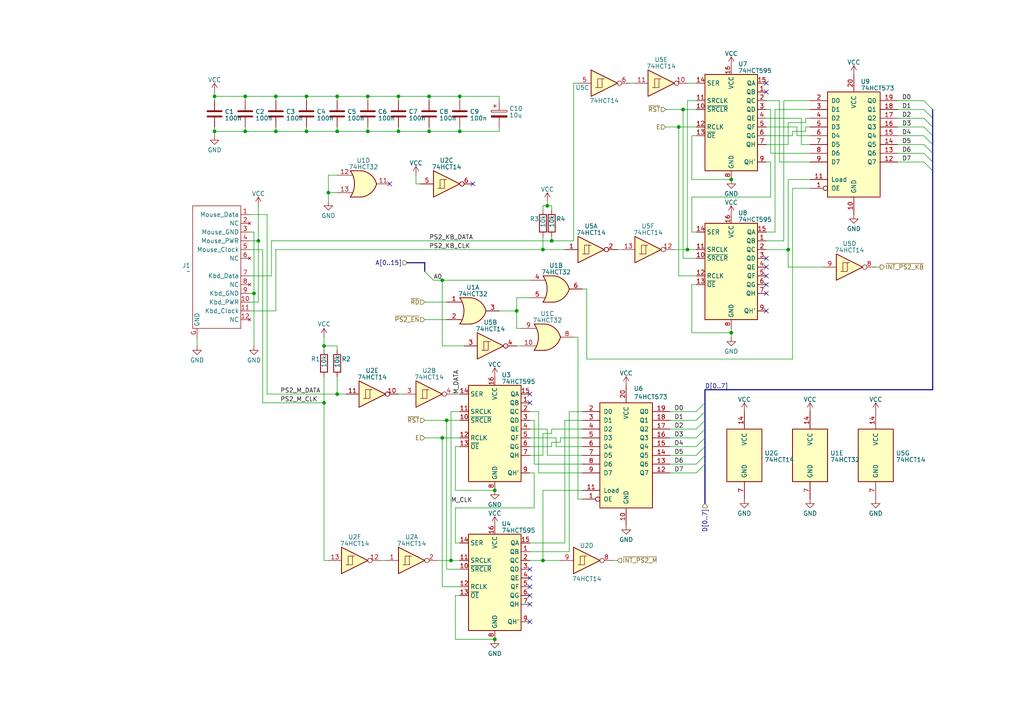
<source format=kicad_sch>
(kicad_sch (version 20231120) (generator "eeschema") (generator_version "8.0")
  (paper "A4")
  (title_block (title "MicroLind - PS2 interface, Mouse & Kbd") (date "2025-03-03") (rev "C0") (company "Eric Lind"))
  (lib_symbols
    (symbol "74xx:74HC14" (pin_names (offset 1.016))
      (property "Reference" "U" (at 0 1.27 0))
      (property "Value" "74HC14" (at 0 -1.27 0))
      (symbol "74HC14_1_0"
        (polyline (pts (xy -3.81 3.81) (xy -3.81 -3.81) (xy 3.81 0) (xy -3.81 3.81)) (stroke (width 0.254)) (fill (type background)))
        (pin input line (at -7.62 0 0) (length 3.81) (name "~") (number "1"))
        (pin output inverted (at 7.62 0 180) (length 3.81) (name "~") (number "2"))
      )
      (symbol "74HC14_1_1"
        (polyline (pts (xy -1.905 -1.27) (xy -1.905 1.27) (xy -0.635 1.27)))
        (polyline (pts (xy -2.54 -1.27) (xy -0.635 -1.27) (xy -0.635 1.27) (xy 0 1.27)))
      )
      (symbol "74HC14_2_0"
        (polyline (pts (xy -3.81 3.81) (xy -3.81 -3.81) (xy 3.81 0) (xy -3.81 3.81)) (stroke (width 0.254)) (fill (type background)))
        (pin input line (at -7.62 0 0) (length 3.81) (name "~") (number "3"))
        (pin output inverted (at 7.62 0 180) (length 3.81) (name "~") (number "4"))
      )
      (symbol "74HC14_2_1"
        (polyline (pts (xy -1.905 -1.27) (xy -1.905 1.27) (xy -0.635 1.27)))
        (polyline (pts (xy -2.54 -1.27) (xy -0.635 -1.27) (xy -0.635 1.27) (xy 0 1.27)))
      )
      (symbol "74HC14_3_0"
        (polyline (pts (xy -3.81 3.81) (xy -3.81 -3.81) (xy 3.81 0) (xy -3.81 3.81)) (stroke (width 0.254)) (fill (type background)))
        (pin input line (at -7.62 0 0) (length 3.81) (name "~") (number "5"))
        (pin output inverted (at 7.62 0 180) (length 3.81) (name "~") (number "6"))
      )
      (symbol "74HC14_3_1"
        (polyline (pts (xy -1.905 -1.27) (xy -1.905 1.27) (xy -0.635 1.27)))
        (polyline (pts (xy -2.54 -1.27) (xy -0.635 -1.27) (xy -0.635 1.27) (xy 0 1.27)))
      )
      (symbol "74HC14_4_0"
        (polyline (pts (xy -3.81 3.81) (xy -3.81 -3.81) (xy 3.81 0) (xy -3.81 3.81)) (stroke (width 0.254)) (fill (type background)))
        (pin output inverted (at 7.62 0 180) (length 3.81) (name "~") (number "8"))
        (pin input line (at -7.62 0 0) (length 3.81) (name "~") (number "9"))
      )
      (symbol "74HC14_4_1"
        (polyline (pts (xy -1.905 -1.27) (xy -1.905 1.27) (xy -0.635 1.27)))
        (polyline (pts (xy -2.54 -1.27) (xy -0.635 -1.27) (xy -0.635 1.27) (xy 0 1.27)))
      )
      (symbol "74HC14_5_0"
        (polyline (pts (xy -3.81 3.81) (xy -3.81 -3.81) (xy 3.81 0) (xy -3.81 3.81)) (stroke (width 0.254)) (fill (type background)))
        (pin output inverted (at 7.62 0 180) (length 3.81) (name "~") (number "10"))
        (pin input line (at -7.62 0 0) (length 3.81) (name "~") (number "11"))
      )
      (symbol "74HC14_5_1"
        (polyline (pts (xy -1.905 -1.27) (xy -1.905 1.27) (xy -0.635 1.27)))
        (polyline (pts (xy -2.54 -1.27) (xy -0.635 -1.27) (xy -0.635 1.27) (xy 0 1.27)))
      )
      (symbol "74HC14_6_0"
        (polyline (pts (xy -3.81 3.81) (xy -3.81 -3.81) (xy 3.81 0) (xy -3.81 3.81)) (stroke (width 0.254)) (fill (type background)))
        (pin output inverted (at 7.62 0 180) (length 3.81) (name "~") (number "12"))
        (pin input line (at -7.62 0 0) (length 3.81) (name "~") (number "13"))
      )
      (symbol "74HC14_6_1"
        (polyline (pts (xy -1.905 -1.27) (xy -1.905 1.27) (xy -0.635 1.27)))
        (polyline (pts (xy -2.54 -1.27) (xy -0.635 -1.27) (xy -0.635 1.27) (xy 0 1.27)))
      )
      (symbol "74HC14_7_0"
        (pin power_in line (at 0 12.7 270) (length 5.08) (name "VCC") (number "14"))
        (pin power_in line (at 0 -12.7 90) (length 5.08) (name "GND") (number "7"))
      )
      (symbol "74HC14_7_1"
        (rectangle (start -5.08 7.62) (end 5.08 -7.62) (stroke (width 0.254)) (fill (type background)))
      )
    )
    (symbol "74xx:74HC595"
      (property "Reference" "U" (at -7.62 13.97 0))
      (property "Value" "74HC595" (at -7.62 -16.51 0))
      (symbol "74HC595_1_0"
        (pin tri_state line (at 10.16 7.62 180) (length 2.54) (name "QB") (number "1"))
        (pin input line (at -10.16 2.54 0) (length 2.54) (name "~{SRCLR}") (number "10"))
        (pin input line (at -10.16 5.08 0) (length 2.54) (name "SRCLK") (number "11"))
        (pin input line (at -10.16 -2.54 0) (length 2.54) (name "RCLK") (number "12"))
        (pin input line (at -10.16 -5.08 0) (length 2.54) (name "~{OE}") (number "13"))
        (pin input line (at -10.16 10.16 0) (length 2.54) (name "SER") (number "14"))
        (pin tri_state line (at 10.16 10.16 180) (length 2.54) (name "QA") (number "15"))
        (pin power_in line (at 0 15.24 270) (length 2.54) (name "VCC") (number "16"))
        (pin tri_state line (at 10.16 5.08 180) (length 2.54) (name "QC") (number "2"))
        (pin tri_state line (at 10.16 2.54 180) (length 2.54) (name "QD") (number "3"))
        (pin tri_state line (at 10.16 0 180) (length 2.54) (name "QE") (number "4"))
        (pin tri_state line (at 10.16 -2.54 180) (length 2.54) (name "QF") (number "5"))
        (pin tri_state line (at 10.16 -5.08 180) (length 2.54) (name "QG") (number "6"))
        (pin tri_state line (at 10.16 -7.62 180) (length 2.54) (name "QH") (number "7"))
        (pin power_in line (at 0 -17.78 90) (length 2.54) (name "GND") (number "8"))
        (pin output line (at 10.16 -12.7 180) (length 2.54) (name "QH'") (number "9"))
      )
      (symbol "74HC595_1_1"
        (rectangle (start -7.62 12.7) (end 7.62 -15.24) (stroke (width 0.254)) (fill (type background)))
      )
    )
    (symbol "74xx:74LS32" (pin_names (offset 1.016))
      (property "Reference" "U" (at 0 1.27 0))
      (property "Value" "74LS32" (at 0 -1.27 0))
      (symbol "74LS32_1_1"
        (arc (start -3.81 -3.81) (mid -2.589 0) (end -3.81 3.81) (stroke (width 0.254)))
        (arc (start -0.6096 -3.81) (mid 2.1842 -2.5851) (end 3.81 0) (stroke (width 0.254)) (fill (type background)))
        (polyline (pts (xy -3.81 -3.81) (xy -0.635 -3.81)) (stroke (width 0.254)) (fill (type background)))
        (polyline (pts (xy -3.81 3.81) (xy -0.635 3.81)) (stroke (width 0.254)) (fill (type background)))
        (polyline (pts (xy -0.635 3.81) (xy -3.81 3.81) (xy -3.81 3.81) (xy -3.556 3.4036) (xy -3.0226 2.2606) (xy -2.6924 1.0414) (xy -2.6162 -0.254) (xy -2.7686 -1.4986) (xy -3.175 -2.7178) (xy -3.81 -3.81) (xy -3.81 -3.81) (xy -0.635 -3.81)) (stroke (width -25.4)) (fill (type background)))
        (arc (start 3.81 0) (mid 2.1915 2.5936) (end -0.6096 3.81) (stroke (width 0.254)) (fill (type background)))
        (pin input line (at -7.62 2.54 0) (length 4.318) (name "~") (number "1"))
        (pin input line (at -7.62 -2.54 0) (length 4.318) (name "~") (number "2"))
        (pin output line (at 7.62 0 180) (length 3.81) (name "~") (number "3"))
      )
      (symbol "74LS32_1_2"
        (arc (start 0 -3.81) (mid 3.7934 0) (end 0 3.81) (stroke (width 0.254)) (fill (type background)))
        (polyline (pts (xy 0 3.81) (xy -3.81 3.81) (xy -3.81 -3.81) (xy 0 -3.81)) (stroke (width 0.254)) (fill (type background)))
        (pin input inverted (at -7.62 2.54 0) (length 3.81) (name "~") (number "1"))
        (pin input inverted (at -7.62 -2.54 0) (length 3.81) (name "~") (number "2"))
        (pin output inverted (at 7.62 0 180) (length 3.81) (name "~") (number "3"))
      )
      (symbol "74LS32_2_1"
        (arc (start -3.81 -3.81) (mid -2.589 0) (end -3.81 3.81) (stroke (width 0.254)))
        (arc (start -0.6096 -3.81) (mid 2.1842 -2.5851) (end 3.81 0) (stroke (width 0.254)) (fill (type background)))
        (polyline (pts (xy -3.81 -3.81) (xy -0.635 -3.81)) (stroke (width 0.254)) (fill (type background)))
        (polyline (pts (xy -3.81 3.81) (xy -0.635 3.81)) (stroke (width 0.254)) (fill (type background)))
        (polyline (pts (xy -0.635 3.81) (xy -3.81 3.81) (xy -3.81 3.81) (xy -3.556 3.4036) (xy -3.0226 2.2606) (xy -2.6924 1.0414) (xy -2.6162 -0.254) (xy -2.7686 -1.4986) (xy -3.175 -2.7178) (xy -3.81 -3.81) (xy -3.81 -3.81) (xy -0.635 -3.81)) (stroke (width -25.4)) (fill (type background)))
        (arc (start 3.81 0) (mid 2.1915 2.5936) (end -0.6096 3.81) (stroke (width 0.254)) (fill (type background)))
        (pin input line (at -7.62 2.54 0) (length 4.318) (name "~") (number "4"))
        (pin input line (at -7.62 -2.54 0) (length 4.318) (name "~") (number "5"))
        (pin output line (at 7.62 0 180) (length 3.81) (name "~") (number "6"))
      )
      (symbol "74LS32_2_2"
        (arc (start 0 -3.81) (mid 3.7934 0) (end 0 3.81) (stroke (width 0.254)) (fill (type background)))
        (polyline (pts (xy 0 3.81) (xy -3.81 3.81) (xy -3.81 -3.81) (xy 0 -3.81)) (stroke (width 0.254)) (fill (type background)))
        (pin input inverted (at -7.62 2.54 0) (length 3.81) (name "~") (number "4"))
        (pin input inverted (at -7.62 -2.54 0) (length 3.81) (name "~") (number "5"))
        (pin output inverted (at 7.62 0 180) (length 3.81) (name "~") (number "6"))
      )
      (symbol "74LS32_3_1"
        (arc (start -3.81 -3.81) (mid -2.589 0) (end -3.81 3.81) (stroke (width 0.254)))
        (arc (start -0.6096 -3.81) (mid 2.1842 -2.5851) (end 3.81 0) (stroke (width 0.254)) (fill (type background)))
        (polyline (pts (xy -3.81 -3.81) (xy -0.635 -3.81)) (stroke (width 0.254)) (fill (type background)))
        (polyline (pts (xy -3.81 3.81) (xy -0.635 3.81)) (stroke (width 0.254)) (fill (type background)))
        (polyline (pts (xy -0.635 3.81) (xy -3.81 3.81) (xy -3.81 3.81) (xy -3.556 3.4036) (xy -3.0226 2.2606) (xy -2.6924 1.0414) (xy -2.6162 -0.254) (xy -2.7686 -1.4986) (xy -3.175 -2.7178) (xy -3.81 -3.81) (xy -3.81 -3.81) (xy -0.635 -3.81)) (stroke (width -25.4)) (fill (type background)))
        (arc (start 3.81 0) (mid 2.1915 2.5936) (end -0.6096 3.81) (stroke (width 0.254)) (fill (type background)))
        (pin input line (at -7.62 -2.54 0) (length 4.318) (name "~") (number "10"))
        (pin output line (at 7.62 0 180) (length 3.81) (name "~") (number "8"))
        (pin input line (at -7.62 2.54 0) (length 4.318) (name "~") (number "9"))
      )
      (symbol "74LS32_3_2"
        (arc (start 0 -3.81) (mid 3.7934 0) (end 0 3.81) (stroke (width 0.254)) (fill (type background)))
        (polyline (pts (xy 0 3.81) (xy -3.81 3.81) (xy -3.81 -3.81) (xy 0 -3.81)) (stroke (width 0.254)) (fill (type background)))
        (pin input inverted (at -7.62 -2.54 0) (length 3.81) (name "~") (number "10"))
        (pin output inverted (at 7.62 0 180) (length 3.81) (name "~") (number "8"))
        (pin input inverted (at -7.62 2.54 0) (length 3.81) (name "~") (number "9"))
      )
      (symbol "74LS32_4_1"
        (arc (start -3.81 -3.81) (mid -2.589 0) (end -3.81 3.81) (stroke (width 0.254)))
        (arc (start -0.6096 -3.81) (mid 2.1842 -2.5851) (end 3.81 0) (stroke (width 0.254)) (fill (type background)))
        (polyline (pts (xy -3.81 -3.81) (xy -0.635 -3.81)) (stroke (width 0.254)) (fill (type background)))
        (polyline (pts (xy -3.81 3.81) (xy -0.635 3.81)) (stroke (width 0.254)) (fill (type background)))
        (polyline (pts (xy -0.635 3.81) (xy -3.81 3.81) (xy -3.81 3.81) (xy -3.556 3.4036) (xy -3.0226 2.2606) (xy -2.6924 1.0414) (xy -2.6162 -0.254) (xy -2.7686 -1.4986) (xy -3.175 -2.7178) (xy -3.81 -3.81) (xy -3.81 -3.81) (xy -0.635 -3.81)) (stroke (width -25.4)) (fill (type background)))
        (arc (start 3.81 0) (mid 2.1915 2.5936) (end -0.6096 3.81) (stroke (width 0.254)) (fill (type background)))
        (pin output line (at 7.62 0 180) (length 3.81) (name "~") (number "11"))
        (pin input line (at -7.62 2.54 0) (length 4.318) (name "~") (number "12"))
        (pin input line (at -7.62 -2.54 0) (length 4.318) (name "~") (number "13"))
      )
      (symbol "74LS32_4_2"
        (arc (start 0 -3.81) (mid 3.7934 0) (end 0 3.81) (stroke (width 0.254)) (fill (type background)))
        (polyline (pts (xy 0 3.81) (xy -3.81 3.81) (xy -3.81 -3.81) (xy 0 -3.81)) (stroke (width 0.254)) (fill (type background)))
        (pin output inverted (at 7.62 0 180) (length 3.81) (name "~") (number "11"))
        (pin input inverted (at -7.62 2.54 0) (length 3.81) (name "~") (number "12"))
        (pin input inverted (at -7.62 -2.54 0) (length 3.81) (name "~") (number "13"))
      )
      (symbol "74LS32_5_0"
        (pin power_in line (at 0 12.7 270) (length 5.08) (name "VCC") (number "14"))
        (pin power_in line (at 0 -12.7 90) (length 5.08) (name "GND") (number "7"))
      )
      (symbol "74LS32_5_1"
        (rectangle (start -5.08 7.62) (end 5.08 -7.62) (stroke (width 0.254)) (fill (type background)))
      )
    )
    (symbol "74xx:74LS573" (pin_names (offset 1.016))
      (property "Reference" "U" (at -7.62 16.51 0))
      (property "Value" "74LS573" (at -7.62 -16.51 0))
      (symbol "74LS573_1_0"
        (pin input inverted (at -12.7 -12.7 0) (length 5.08) (name "OE") (number "1"))
        (pin power_in line (at 0 -20.32 90) (length 5.08) (name "GND") (number "10"))
        (pin input line (at -12.7 -10.16 0) (length 5.08) (name "Load") (number "11"))
        (pin tri_state line (at 12.7 -5.08 180) (length 5.08) (name "Q7") (number "12"))
        (pin tri_state line (at 12.7 -2.54 180) (length 5.08) (name "Q6") (number "13"))
        (pin tri_state line (at 12.7 0 180) (length 5.08) (name "Q5") (number "14"))
        (pin tri_state line (at 12.7 2.54 180) (length 5.08) (name "Q4") (number "15"))
        (pin tri_state line (at 12.7 5.08 180) (length 5.08) (name "Q3") (number "16"))
        (pin tri_state line (at 12.7 7.62 180) (length 5.08) (name "Q2") (number "17"))
        (pin tri_state line (at 12.7 10.16 180) (length 5.08) (name "Q1") (number "18"))
        (pin tri_state line (at 12.7 12.7 180) (length 5.08) (name "Q0") (number "19"))
        (pin input line (at -12.7 12.7 0) (length 5.08) (name "D0") (number "2"))
        (pin power_in line (at 0 20.32 270) (length 5.08) (name "VCC") (number "20"))
        (pin input line (at -12.7 10.16 0) (length 5.08) (name "D1") (number "3"))
        (pin input line (at -12.7 7.62 0) (length 5.08) (name "D2") (number "4"))
        (pin input line (at -12.7 5.08 0) (length 5.08) (name "D3") (number "5"))
        (pin input line (at -12.7 2.54 0) (length 5.08) (name "D4") (number "6"))
        (pin input line (at -12.7 0 0) (length 5.08) (name "D5") (number "7"))
        (pin input line (at -12.7 -2.54 0) (length 5.08) (name "D6") (number "8"))
        (pin input line (at -12.7 -5.08 0) (length 5.08) (name "D7") (number "9"))
      )
      (symbol "74LS573_1_1"
        (rectangle (start -7.62 15.24) (end 7.62 -15.24) (stroke (width 0.254)) (fill (type background)))
      )
    )
    (symbol "Device:C" (pin_numbers hide) (pin_names (offset 0.254))
      (property "Reference" "C" (at 0.635 2.54 0))
      (property "Value" "C" (at 0.635 -2.54 0))
      (symbol "C_0_1"
        (polyline (pts (xy -2.032 -0.762) (xy 2.032 -0.762)) (stroke (width 0.508)))
        (polyline (pts (xy -2.032 0.762) (xy 2.032 0.762)) (stroke (width 0.508)))
      )
      (symbol "C_1_1"
        (pin passive line (at 0 3.81 270) (length 2.794) (name "~") (number "1"))
        (pin passive line (at 0 -3.81 90) (length 2.794) (name "~") (number "2"))
      )
    )
    (symbol "Device:C_Polarized" (pin_numbers hide) (pin_names (offset 0.254))
      (property "Reference" "C" (at 0.635 2.54 0))
      (property "Value" "C_Polarized" (at 0.635 -2.54 0))
      (symbol "C_Polarized_0_1"
        (rectangle (start -2.286 0.508) (end 2.286 1.016))
        (polyline (pts (xy -1.778 2.286) (xy -0.762 2.286)))
        (polyline (pts (xy -1.27 2.794) (xy -1.27 1.778)))
        (rectangle (start 2.286 -0.508) (end -2.286 -1.016) (fill (type outline)))
      )
      (symbol "C_Polarized_1_1"
        (pin passive line (at 0 3.81 270) (length 2.794) (name "~") (number "1"))
        (pin passive line (at 0 -3.81 90) (length 2.794) (name "~") (number "2"))
      )
    )
    (symbol "Device:R" (pin_numbers hide) (pin_names (offset 0))
      (property "Reference" "R" (at 2.032 0 90))
      (property "Value" "R" (at 0 0 90))
      (symbol "R_0_1"
        (rectangle (start -1.016 -2.54) (end 1.016 2.54) (stroke (width 0.254)))
      )
      (symbol "R_1_1"
        (pin passive line (at 0 3.81 270) (length 1.27) (name "~") (number "1"))
        (pin passive line (at 0 -3.81 90) (length 1.27) (name "~") (number "2"))
      )
    )
    (symbol "motherboard:2xPS2"
      (property "Reference" "J" (at 0 0 0))
      (symbol "2xPS2_0_1"
        (rectangle (start -7.62 38.1) (end 6.35 2.54))
      )
      (symbol "2xPS2_1_1"
        (pin input line (at -10.16 35.56 0) (length 2.54) (name "Mouse_Data") (number "1"))
        (pin power_in line (at -10.16 10.16 0) (length 2.54) (name "Kbd_PWR") (number "10"))
        (pin power_in line (at -10.16 7.62 0) (length 2.54) (name "Kbd_Clock") (number "11"))
        (pin no_connect line (at -10.16 5.08 0) (length 2.54) (name "NC") (number "12"))
        (pin no_connect line (at -10.16 33.02 0) (length 2.54) (name "NC") (number "2"))
        (pin power_in line (at -10.16 30.48 0) (length 2.54) (name "Mouse_GND") (number "3"))
        (pin power_in line (at -10.16 27.94 0) (length 2.54) (name "Mouse_PWR") (number "4"))
        (pin power_in line (at -10.16 25.4 0) (length 2.54) (name "Mouse_Clock") (number "5"))
        (pin no_connect line (at -10.16 22.86 0) (length 2.54) (name "NC") (number "6"))
        (pin input line (at -10.16 17.78 0) (length 2.54) (name "Kbd_Data") (number "7"))
        (pin no_connect line (at -10.16 15.24 0) (length 2.54) (name "NC") (number "8"))
        (pin power_in line (at -10.16 12.7 0) (length 2.54) (name "Kbd_GND") (number "9"))
        (pin power_in line (at 5.08 0 90) (length 2.54) (name "GND") (number "G"))
      )
    )
    (symbol "power:GND" (power) (pin_names (offset 0))
      (property "Value" "GND" (at 0 -3.81 0))
      (symbol "GND_0_1"
        (polyline (pts (xy 0 0) (xy 0 -1.27) (xy 1.27 -1.27) (xy 0 -2.54) (xy -1.27 -1.27) (xy 0 -1.27)))
      )
      (symbol "GND_1_1"
        (pin power_in line (at 0 0 270) (length 0) hide (name "GND") (number "1"))
      )
    )
    (symbol "power:VCC" (power) (pin_names (offset 0))
      (property "Value" "VCC" (at 0 3.81 0))
      (symbol "VCC_0_1"
        (polyline (pts (xy -0.762 1.27) (xy 0 2.54)))
        (polyline (pts (xy 0 0) (xy 0 2.54)))
        (polyline (pts (xy 0 2.54) (xy 0.762 1.27)))
      )
      (symbol "VCC_1_1"
        (pin power_in line (at 0 0 90) (length 0) hide (name "VCC") (number "1"))
      )
    )
  )
  (junction (at 80.01 27.94))
  (junction (at 133.35 38.1))
  (junction (at 196.85 36.83))
  (junction (at 124.46 38.1))
  (junction (at 212.09 52.07))
  (junction (at 93.98 116.84))
  (junction (at 62.23 38.1))
  (junction (at 93.98 100.33))
  (junction (at 88.9 38.1))
  (junction (at 198.12 31.75))
  (junction (at 97.79 27.94))
  (junction (at 130.81 162.56))
  (junction (at 97.79 38.1))
  (junction (at 129.54 121.92))
  (junction (at 62.23 27.94))
  (junction (at 71.12 38.1))
  (junction (at 199.39 72.39))
  (junction (at 74.93 69.85))
  (junction (at 80.01 38.1))
  (junction (at 212.09 96.52))
  (junction (at 95.25 55.88))
  (junction (at 157.48 72.39))
  (junction (at 158.75 59.69))
  (junction (at 128.27 127))
  (junction (at 143.51 185.42))
  (junction (at 228.6 72.39))
  (junction (at 106.68 38.1))
  (junction (at 106.68 27.94))
  (junction (at 115.57 38.1))
  (junction (at 71.12 27.94))
  (junction (at 149.86 90.17))
  (junction (at 73.66 85.09))
  (junction (at 124.46 27.94))
  (junction (at 88.9 27.94))
  (junction (at 128.27 81.28))
  (junction (at 115.57 27.94))
  (junction (at 133.35 27.94))
  (junction (at 143.51 142.24))
  (junction (at 160.02 69.85))
  (junction (at 157.48 162.56))
  (junction (at 97.79 114.3))
  (no_connect (at 153.67 180.34))
  (no_connect (at 153.67 114.3))
  (no_connect (at 222.25 82.55))
  (no_connect (at 153.67 170.18))
  (no_connect (at 153.67 175.26))
  (no_connect (at 137.16 53.34))
  (no_connect (at 153.67 165.1))
  (no_connect (at 113.03 53.34))
  (no_connect (at 153.67 167.64))
  (no_connect (at 222.25 26.67))
  (no_connect (at 153.67 116.84))
  (no_connect (at 222.25 85.09))
  (no_connect (at 222.25 24.13))
  (no_connect (at 222.25 90.17))
  (no_connect (at 222.25 74.93))
  (no_connect (at 222.25 77.47))
  (no_connect (at 222.25 80.01))
  (no_connect (at 153.67 172.72))
  (bus_entry (at 204.47 121.92) (size -2.54 2.54))
  (bus_entry (at 270.51 31.75) (size -2.54 -2.54))
  (bus_entry (at 123.19 78.74) (size 2.54 2.54))
  (bus_entry (at 204.47 127) (size -2.54 2.54))
  (bus_entry (at 204.47 132.08) (size -2.54 2.54))
  (bus_entry (at 270.51 34.29) (size -2.54 -2.54))
  (bus_entry (at 270.51 41.91) (size -2.54 -2.54))
  (bus_entry (at 204.47 129.54) (size -2.54 2.54))
  (bus_entry (at 270.51 36.83) (size -2.54 -2.54))
  (bus_entry (at 204.47 124.46) (size -2.54 2.54))
  (bus_entry (at 204.47 116.84) (size -2.54 2.54))
  (bus_entry (at 204.47 119.38) (size -2.54 2.54))
  (bus_entry (at 204.47 134.62) (size -2.54 2.54))
  (bus_entry (at 270.51 49.53) (size -2.54 -2.54))
  (bus_entry (at 270.51 39.37) (size -2.54 -2.54))
  (bus_entry (at 270.51 46.99) (size -2.54 -2.54))
  (bus_entry (at 270.51 44.45) (size -2.54 -2.54))
  (wire (pts (xy 158.75 124.46) (xy 158.75 132.08)))
  (wire (pts (xy 133.35 129.54) (xy 132.08 129.54)))
  (wire (pts (xy 115.57 29.21) (xy 115.57 27.94)))
  (wire (pts (xy 194.31 137.16) (xy 201.93 137.16)))
  (wire (pts (xy 123.19 127) (xy 128.27 127)))
  (wire (pts (xy 77.47 62.23) (xy 77.47 114.3)))
  (wire (pts (xy 97.79 36.83) (xy 97.79 38.1)))
  (wire (pts (xy 115.57 27.94) (xy 124.46 27.94)))
  (wire (pts (xy 72.39 80.01) (xy 78.74 80.01)))
  (wire (pts (xy 154.94 147.32) (xy 132.08 147.32)))
  (wire (pts (xy 110.49 162.56) (xy 111.76 162.56)))
  (wire (pts (xy 153.67 157.48) (xy 163.83 157.48)))
  (wire (pts (xy 196.85 36.83) (xy 196.85 80.01)))
  (wire (pts (xy 127 162.56) (xy 130.81 162.56)))
  (wire (pts (xy 154.94 134.62) (xy 168.91 134.62)))
  (wire (pts (xy 62.23 27.94) (xy 71.12 27.94)))
  (wire (pts (xy 157.48 72.39) (xy 163.83 72.39)))
  (wire (pts (xy 128.27 127) (xy 128.27 170.18)))
  (wire (pts (xy 167.64 144.78) (xy 168.91 144.78)))
  (wire (pts (xy 124.46 36.83) (xy 124.46 38.1)))
  (wire (pts (xy 229.87 54.61) (xy 234.95 54.61)))
  (wire (pts (xy 120.65 53.34) (xy 121.92 53.34)))
  (wire (pts (xy 80.01 38.1) (xy 88.9 38.1)))
  (wire (pts (xy 160.02 59.69) (xy 160.02 60.96)))
  (wire (pts (xy 153.67 121.92) (xy 154.94 121.92)))
  (wire (pts (xy 156.21 119.38) (xy 153.67 119.38)))
  (bus (pts (xy 123.19 76.2) (xy 123.19 78.74)))
  (wire (pts (xy 177.8 162.56) (xy 179.07 162.56)))
  (wire (pts (xy 129.54 121.92) (xy 129.54 165.1)))
  (wire (pts (xy 80.01 27.94) (xy 80.01 29.21)))
  (wire (pts (xy 157.48 132.08) (xy 153.67 132.08)))
  (wire (pts (xy 115.57 38.1) (xy 124.46 38.1)))
  (wire (pts (xy 163.83 121.92) (xy 168.91 121.92)))
  (wire (pts (xy 106.68 38.1) (xy 115.57 38.1)))
  (wire (pts (xy 224.79 67.31) (xy 224.79 31.75)))
  (wire (pts (xy 134.62 100.33) (xy 128.27 100.33)))
  (wire (pts (xy 179.07 72.39) (xy 180.34 72.39)))
  (wire (pts (xy 97.79 114.3) (xy 100.33 114.3)))
  (wire (pts (xy 78.74 69.85) (xy 160.02 69.85)))
  (wire (pts (xy 123.19 87.63) (xy 129.54 87.63)))
  (wire (pts (xy 222.25 41.91) (xy 228.6 41.91)))
  (wire (pts (xy 62.23 26.67) (xy 62.23 27.94)))
  (wire (pts (xy 194.31 129.54) (xy 201.93 129.54)))
  (wire (pts (xy 194.31 134.62) (xy 201.93 134.62)))
  (bus (pts (xy 270.51 46.99) (xy 270.51 49.53)))
  (wire (pts (xy 97.79 29.21) (xy 97.79 27.94)))
  (wire (pts (xy 199.39 29.21) (xy 201.93 29.21)))
  (wire (pts (xy 115.57 114.3) (xy 116.84 114.3)))
  (wire (pts (xy 129.54 165.1) (xy 133.35 165.1)))
  (wire (pts (xy 76.2 116.84) (xy 93.98 116.84)))
  (wire (pts (xy 124.46 38.1) (xy 133.35 38.1)))
  (wire (pts (xy 231.14 39.37) (xy 234.95 39.37)))
  (wire (pts (xy 120.65 50.8) (xy 120.65 53.34)))
  (bus (pts (xy 204.47 124.46) (xy 204.47 127)))
  (wire (pts (xy 157.48 125.73) (xy 160.02 125.73)))
  (wire (pts (xy 72.39 87.63) (xy 74.93 87.63)))
  (wire (pts (xy 62.23 38.1) (xy 71.12 38.1)))
  (wire (pts (xy 93.98 97.79) (xy 93.98 100.33)))
  (wire (pts (xy 154.94 137.16) (xy 154.94 147.32)))
  (wire (pts (xy 153.67 127) (xy 161.29 127)))
  (bus (pts (xy 204.47 116.84) (xy 204.47 119.38)))
  (wire (pts (xy 124.46 27.94) (xy 133.35 27.94)))
  (wire (pts (xy 233.68 34.29) (xy 234.95 34.29)))
  (wire (pts (xy 260.35 46.99) (xy 267.97 46.99)))
  (wire (pts (xy 97.79 27.94) (xy 106.68 27.94)))
  (wire (pts (xy 228.6 41.91) (xy 228.6 35.56)))
  (wire (pts (xy 71.12 29.21) (xy 71.12 27.94)))
  (wire (pts (xy 168.91 83.82) (xy 170.18 83.82)))
  (wire (pts (xy 88.9 27.94) (xy 88.9 29.21)))
  (wire (pts (xy 153.67 162.56) (xy 157.48 162.56)))
  (wire (pts (xy 144.78 90.17) (xy 149.86 90.17)))
  (wire (pts (xy 194.31 121.92) (xy 201.93 121.92)))
  (wire (pts (xy 160.02 129.54) (xy 160.02 128.27)))
  (wire (pts (xy 130.81 162.56) (xy 133.35 162.56)))
  (wire (pts (xy 165.1 119.38) (xy 168.91 119.38)))
  (wire (pts (xy 199.39 72.39) (xy 199.39 29.21)))
  (bus (pts (xy 270.51 113.03) (xy 204.47 113.03)))
  (wire (pts (xy 149.86 95.25) (xy 151.13 95.25)))
  (bus (pts (xy 118.11 76.2) (xy 123.19 76.2)))
  (wire (pts (xy 123.19 121.92) (xy 129.54 121.92)))
  (wire (pts (xy 160.02 125.73) (xy 160.02 124.46)))
  (wire (pts (xy 223.52 57.15) (xy 200.66 57.15)))
  (wire (pts (xy 76.2 72.39) (xy 76.2 116.84)))
  (wire (pts (xy 144.78 36.83) (xy 144.78 38.1)))
  (wire (pts (xy 165.1 160.02) (xy 165.1 119.38)))
  (wire (pts (xy 229.87 38.1) (xy 229.87 39.37)))
  (wire (pts (xy 74.93 69.85) (xy 74.93 87.63)))
  (wire (pts (xy 196.85 36.83) (xy 201.93 36.83)))
  (wire (pts (xy 226.06 29.21) (xy 222.25 29.21)))
  (bus (pts (xy 204.47 127) (xy 204.47 129.54)))
  (wire (pts (xy 195.58 72.39) (xy 199.39 72.39)))
  (wire (pts (xy 232.41 41.91) (xy 234.95 41.91)))
  (wire (pts (xy 228.6 77.47) (xy 238.76 77.47)))
  (wire (pts (xy 106.68 27.94) (xy 106.68 29.21)))
  (wire (pts (xy 157.48 59.69) (xy 158.75 59.69)))
  (bus (pts (xy 204.47 132.08) (xy 204.47 134.62)))
  (wire (pts (xy 260.35 29.21) (xy 267.97 29.21)))
  (wire (pts (xy 72.39 67.31) (xy 73.66 67.31)))
  (wire (pts (xy 128.27 127) (xy 133.35 127)))
  (wire (pts (xy 198.12 74.93) (xy 201.93 74.93)))
  (wire (pts (xy 95.25 50.8) (xy 95.25 55.88)))
  (wire (pts (xy 212.09 96.52) (xy 212.09 95.25)))
  (wire (pts (xy 158.75 132.08) (xy 168.91 132.08)))
  (wire (pts (xy 160.02 68.58) (xy 160.02 69.85)))
  (wire (pts (xy 224.79 31.75) (xy 234.95 31.75)))
  (bus (pts (xy 204.47 134.62) (xy 204.47 146.05)))
  (wire (pts (xy 88.9 27.94) (xy 97.79 27.94)))
  (wire (pts (xy 201.93 31.75) (xy 198.12 31.75)))
  (wire (pts (xy 80.01 72.39) (xy 157.48 72.39)))
  (wire (pts (xy 222.25 36.83) (xy 231.14 36.83)))
  (wire (pts (xy 132.08 114.3) (xy 133.35 114.3)))
  (wire (pts (xy 115.57 36.83) (xy 115.57 38.1)))
  (wire (pts (xy 163.83 157.48) (xy 163.83 121.92)))
  (wire (pts (xy 97.79 38.1) (xy 106.68 38.1)))
  (wire (pts (xy 78.74 80.01) (xy 78.74 69.85)))
  (wire (pts (xy 153.67 124.46) (xy 158.75 124.46)))
  (wire (pts (xy 97.79 101.6) (xy 97.79 100.33)))
  (wire (pts (xy 71.12 38.1) (xy 80.01 38.1)))
  (wire (pts (xy 222.25 67.31) (xy 224.79 67.31)))
  (wire (pts (xy 157.48 60.96) (xy 157.48 59.69)))
  (wire (pts (xy 222.25 39.37) (xy 229.87 39.37)))
  (wire (pts (xy 153.67 137.16) (xy 154.94 137.16)))
  (bus (pts (xy 270.51 34.29) (xy 270.51 36.83)))
  (wire (pts (xy 88.9 38.1) (xy 97.79 38.1)))
  (wire (pts (xy 260.35 34.29) (xy 267.97 34.29)))
  (wire (pts (xy 234.95 46.99) (xy 226.06 46.99)))
  (wire (pts (xy 93.98 100.33) (xy 93.98 101.6)))
  (wire (pts (xy 133.35 38.1) (xy 144.78 38.1)))
  (wire (pts (xy 158.75 59.69) (xy 160.02 59.69)))
  (wire (pts (xy 80.01 72.39) (xy 80.01 90.17)))
  (wire (pts (xy 200.66 96.52) (xy 212.09 96.52)))
  (wire (pts (xy 133.35 172.72) (xy 132.08 172.72)))
  (wire (pts (xy 153.67 129.54) (xy 160.02 129.54)))
  (wire (pts (xy 157.48 142.24) (xy 157.48 162.56)))
  (wire (pts (xy 229.87 104.14) (xy 229.87 54.61)))
  (wire (pts (xy 161.29 127) (xy 161.29 129.54)))
  (wire (pts (xy 170.18 104.14) (xy 170.18 83.82)))
  (bus (pts (xy 204.47 113.03) (xy 204.47 116.84)))
  (wire (pts (xy 132.08 142.24) (xy 143.51 142.24)))
  (wire (pts (xy 157.48 162.56) (xy 162.56 162.56)))
  (wire (pts (xy 194.31 119.38) (xy 201.93 119.38)))
  (wire (pts (xy 144.78 27.94) (xy 144.78 29.21)))
  (wire (pts (xy 170.18 104.14) (xy 229.87 104.14)))
  (wire (pts (xy 193.04 31.75) (xy 198.12 31.75)))
  (wire (pts (xy 168.91 137.16) (xy 156.21 137.16)))
  (wire (pts (xy 97.79 55.88) (xy 95.25 55.88)))
  (wire (pts (xy 132.08 185.42) (xy 143.51 185.42)))
  (wire (pts (xy 80.01 27.94) (xy 88.9 27.94)))
  (wire (pts (xy 157.48 68.58) (xy 157.48 72.39)))
  (wire (pts (xy 200.66 52.07) (xy 212.09 52.07)))
  (wire (pts (xy 77.47 114.3) (xy 97.79 114.3)))
  (wire (pts (xy 130.81 162.56) (xy 130.81 119.38)))
  (wire (pts (xy 166.37 24.13) (xy 167.64 24.13)))
  (wire (pts (xy 72.39 62.23) (xy 77.47 62.23)))
  (wire (pts (xy 260.35 36.83) (xy 267.97 36.83)))
  (wire (pts (xy 62.23 38.1) (xy 62.23 39.37)))
  (wire (pts (xy 72.39 85.09) (xy 73.66 85.09)))
  (wire (pts (xy 198.12 31.75) (xy 198.12 74.93)))
  (wire (pts (xy 133.35 36.83) (xy 133.35 38.1)))
  (bus (pts (xy 270.51 31.75) (xy 270.51 34.29)))
  (wire (pts (xy 227.33 69.85) (xy 227.33 29.21)))
  (wire (pts (xy 201.93 39.37) (xy 200.66 39.37)))
  (wire (pts (xy 62.23 36.83) (xy 62.23 38.1)))
  (wire (pts (xy 200.66 39.37) (xy 200.66 52.07)))
  (wire (pts (xy 232.41 34.29) (xy 232.41 41.91)))
  (wire (pts (xy 133.35 27.94) (xy 144.78 27.94)))
  (wire (pts (xy 160.02 124.46) (xy 168.91 124.46)))
  (wire (pts (xy 128.27 81.28) (xy 153.67 81.28)))
  (wire (pts (xy 157.48 132.08) (xy 157.48 125.73)))
  (wire (pts (xy 149.86 100.33) (xy 151.13 100.33)))
  (wire (pts (xy 73.66 67.31) (xy 73.66 85.09)))
  (wire (pts (xy 74.93 59.69) (xy 74.93 69.85)))
  (wire (pts (xy 200.66 67.31) (xy 201.93 67.31)))
  (bus (pts (xy 270.51 36.83) (xy 270.51 39.37)))
  (wire (pts (xy 72.39 69.85) (xy 74.93 69.85)))
  (wire (pts (xy 168.91 142.24) (xy 157.48 142.24)))
  (wire (pts (xy 199.39 24.13) (xy 201.93 24.13)))
  (wire (pts (xy 222.25 72.39) (xy 228.6 72.39)))
  (wire (pts (xy 193.04 36.83) (xy 196.85 36.83)))
  (wire (pts (xy 133.35 29.21) (xy 133.35 27.94)))
  (wire (pts (xy 132.08 157.48) (xy 133.35 157.48)))
  (wire (pts (xy 222.25 34.29) (xy 232.41 34.29)))
  (bus (pts (xy 270.51 49.53) (xy 270.51 113.03)))
  (wire (pts (xy 196.85 80.01) (xy 201.93 80.01)))
  (wire (pts (xy 260.35 44.45) (xy 267.97 44.45)))
  (wire (pts (xy 223.52 46.99) (xy 223.52 57.15)))
  (wire (pts (xy 132.08 147.32) (xy 132.08 157.48)))
  (wire (pts (xy 123.19 92.71) (xy 129.54 92.71)))
  (wire (pts (xy 200.66 57.15) (xy 200.66 67.31)))
  (wire (pts (xy 194.31 127) (xy 201.93 127)))
  (wire (pts (xy 160.02 69.85) (xy 166.37 69.85)))
  (wire (pts (xy 182.88 24.13) (xy 184.15 24.13)))
  (wire (pts (xy 260.35 31.75) (xy 267.97 31.75)))
  (wire (pts (xy 194.31 124.46) (xy 201.93 124.46)))
  (wire (pts (xy 223.52 44.45) (xy 234.95 44.45)))
  (wire (pts (xy 93.98 109.22) (xy 93.98 116.84)))
  (wire (pts (xy 71.12 27.94) (xy 80.01 27.94)))
  (wire (pts (xy 161.29 129.54) (xy 168.91 129.54)))
  (wire (pts (xy 260.35 39.37) (xy 267.97 39.37)))
  (wire (pts (xy 228.6 52.07) (xy 228.6 72.39)))
  (wire (pts (xy 233.68 35.56) (xy 233.68 34.29)))
  (wire (pts (xy 62.23 27.94) (xy 62.23 29.21)))
  (wire (pts (xy 125.73 81.28) (xy 128.27 81.28)))
  (wire (pts (xy 124.46 29.21) (xy 124.46 27.94)))
  (wire (pts (xy 71.12 36.83) (xy 71.12 38.1)))
  (wire (pts (xy 201.93 82.55) (xy 200.66 82.55)))
  (wire (pts (xy 128.27 100.33) (xy 128.27 81.28)))
  (wire (pts (xy 158.75 58.42) (xy 158.75 59.69)))
  (wire (pts (xy 222.25 69.85) (xy 227.33 69.85)))
  (wire (pts (xy 194.31 132.08) (xy 201.93 132.08)))
  (wire (pts (xy 80.01 36.83) (xy 80.01 38.1)))
  (wire (pts (xy 130.81 119.38) (xy 133.35 119.38)))
  (wire (pts (xy 162.56 128.27) (xy 162.56 127)))
  (wire (pts (xy 97.79 100.33) (xy 93.98 100.33)))
  (wire (pts (xy 199.39 72.39) (xy 201.93 72.39)))
  (wire (pts (xy 260.35 41.91) (xy 267.97 41.91)))
  (wire (pts (xy 156.21 137.16) (xy 156.21 119.38)))
  (wire (pts (xy 149.86 86.36) (xy 153.67 86.36)))
  (wire (pts (xy 80.01 90.17) (xy 72.39 90.17)))
  (wire (pts (xy 132.08 129.54) (xy 132.08 142.24)))
  (wire (pts (xy 231.14 36.83) (xy 231.14 39.37)))
  (wire (pts (xy 106.68 27.94) (xy 115.57 27.94)))
  (wire (pts (xy 88.9 36.83) (xy 88.9 38.1)))
  (wire (pts (xy 227.33 29.21) (xy 234.95 29.21)))
  (wire (pts (xy 76.2 72.39) (xy 72.39 72.39)))
  (wire (pts (xy 166.37 97.79) (xy 167.64 97.79)))
  (wire (pts (xy 154.94 121.92) (xy 154.94 134.62)))
  (wire (pts (xy 226.06 46.99) (xy 226.06 29.21)))
  (bus (pts (xy 204.47 119.38) (xy 204.47 121.92)))
  (bus (pts (xy 270.51 44.45) (xy 270.51 46.99)))
  (bus (pts (xy 204.47 129.54) (xy 204.47 132.08)))
  (wire (pts (xy 132.08 172.72) (xy 132.08 185.42)))
  (wire (pts (xy 228.6 35.56) (xy 233.68 35.56)))
  (wire (pts (xy 95.25 55.88) (xy 95.25 58.42)))
  (wire (pts (xy 254 77.47) (xy 255.27 77.47)))
  (wire (pts (xy 93.98 116.84) (xy 93.98 162.56)))
  (wire (pts (xy 229.87 38.1) (xy 233.68 38.1)))
  (wire (pts (xy 73.66 85.09) (xy 73.66 100.33)))
  (wire (pts (xy 97.79 109.22) (xy 97.79 114.3)))
  (bus (pts (xy 204.47 121.92) (xy 204.47 124.46)))
  (wire (pts (xy 234.95 52.07) (xy 228.6 52.07)))
  (wire (pts (xy 128.27 170.18) (xy 133.35 170.18)))
  (wire (pts (xy 162.56 127) (xy 168.91 127)))
  (wire (pts (xy 57.15 100.33) (xy 57.15 97.79)))
  (wire (pts (xy 106.68 36.83) (xy 106.68 38.1)))
  (wire (pts (xy 228.6 77.47) (xy 228.6 72.39)))
  (wire (pts (xy 222.25 31.75) (xy 223.52 31.75)))
  (wire (pts (xy 200.66 82.55) (xy 200.66 96.52)))
  (bus (pts (xy 270.51 39.37) (xy 270.51 41.91)))
  (wire (pts (xy 129.54 121.92) (xy 133.35 121.92)))
  (bus (pts (xy 270.51 41.91) (xy 270.51 44.45)))
  (wire (pts (xy 223.52 31.75) (xy 223.52 44.45)))
  (wire (pts (xy 95.25 162.56) (xy 93.98 162.56)))
  (wire (pts (xy 167.64 97.79) (xy 167.64 144.78)))
  (wire (pts (xy 149.86 86.36) (xy 149.86 90.17)))
  (wire (pts (xy 233.68 38.1) (xy 233.68 36.83)))
  (wire (pts (xy 222.25 46.99) (xy 223.52 46.99)))
  (wire (pts (xy 149.86 90.17) (xy 149.86 95.25)))
  (wire (pts (xy 233.68 36.83) (xy 234.95 36.83)))
  (wire (pts (xy 97.79 50.8) (xy 95.25 50.8)))
  (wire (pts (xy 166.37 24.13) (xy 166.37 69.85)))
  (wire (pts (xy 212.09 96.52) (xy 212.09 97.79)))
  (wire (pts (xy 160.02 128.27) (xy 162.56 128.27)))
  (wire (pts (xy 153.67 160.02) (xy 165.1 160.02)))
  (label "A0" (at 125.73 81.28 0))
  (label "D5" (at 195.58 132.08 0))
  (label "D6" (at 261.62 44.45 0))
  (label "PS2_M_CLK" (at 81.28 116.84 0))
  (label "D1" (at 261.62 31.75 0))
  (label "D2" (at 261.62 34.29 0))
  (label "PS2_M_DATA" (at 81.28 114.3 0))
  (label "D3" (at 195.58 127 0))
  (label "D3" (at 261.62 36.83 0))
  (label "M_CLK" (at 130.81 146.05 0))
  (label "D5" (at 261.62 41.91 0))
  (label "M_DATA" (at 133.35 114.3 90))
  (label "D4" (at 195.58 129.54 0))
  (label "D[0..7]" (at 204.47 113.03 0))
  (label "D0" (at 195.58 119.38 0))
  (label "D7" (at 195.58 137.16 0))
  (label "D0" (at 261.62 29.21 0))
  (label "D1" (at 195.58 121.92 0))
  (label "PS2_KB_CLK" (at 124.46 72.39 0))
  (label "D7" (at 261.62 46.99 0))
  (label "PS2_KB_DATA" (at 124.46 69.85 0))
  (label "D6" (at 195.58 134.62 0))
  (label "D4" (at 261.62 39.37 0))
  (label "D2" (at 195.58 124.46 0))
  (hierarchical_label "~{INT_PS2_KB}" (shape output) (at 255.27 77.47 0))
  (hierarchical_label "~{RST}" (shape input) (at 193.04 31.75 180))
  (hierarchical_label "D[0..7]" (shape input) (at 204.47 146.05 270))
  (hierarchical_label "E" (shape input) (at 193.04 36.83 180))
  (hierarchical_label "E" (shape input) (at 123.19 127 180))
  (hierarchical_label "~{RST}" (shape input) (at 123.19 121.92 180))
  (hierarchical_label "~{INT_PS2_M}" (shape input) (at 179.07 162.56 0))
  (hierarchical_label "~{PS2_EN}" (shape input) (at 123.19 92.71 180))
  (hierarchical_label "~{RD}" (shape input) (at 123.19 87.63 180))
  (hierarchical_label "A[0..15]" (shape input) (at 118.11 76.2 180))
  (symbol (lib_id "74xx:74LS573") (at 181.61 132.08 0) (unit 1)
    (property "Reference" "U6" (at 183.8041 112.6955 0) (effects (justify left)))
    (property "Value" "74HCT573" (at 183.8041 115.1198 0) (effects (justify left)))
    (property "Footprint" "Package_DIP:DIP-20_W7.62mm_Socket" (effects (hide yes)))
    (property "Datasheet" "74xx/74hc573.pdf" (effects (hide yes)))
  )
  (symbol (lib_id "power:GND") (at 57.15 100.33 0) (unit 1)
    (property "Reference" "#PWR01" (effects (hide yes)))
    (property "Value" "GND" (at 57.15 104.4655 0))
  )
  (symbol (lib_id "power:GND") (at 62.23 39.37 0) (unit 1)
    (property "Reference" "#PWR03" (effects (hide yes)))
    (property "Value" "GND" (at 62.23 43.5055 0))
  )
  (symbol (lib_id "74xx:74HC14") (at 119.38 162.56 0) (unit 1)
    (property "Reference" "U2" (at 119.38 155.7401 0))
    (property "Value" "74HCT14" (at 119.38 157.6611 0))
    (property "Footprint" "Package_DIP:DIP-14_W7.62mm_Socket" (effects (hide yes)))
    (property "Datasheet" "http://www.ti.com/lit/gpn/sn74HC14" (effects (hide yes)))
  )
  (symbol (lib_id "Device:C") (at 97.79 33.02 0) (unit 1)
    (property "Reference" "C5" (at 100.711 32.3763 0) (effects (justify left)))
    (property "Value" "100n" (at 100.711 34.2973 0) (effects (justify left)))
    (property "Footprint" "Capacitor_THT:C_Disc_D5.0mm_W2.5mm_P2.50mm" (effects (hide yes)))
  )
  (symbol (lib_id "power:VCC") (at 247.65 21.59 0) (unit 1)
    (property "Reference" "#PWR024" (effects (hide yes)))
    (property "Value" "VCC" (at 247.65 18.0881 0))
  )
  (symbol (lib_id "74xx:74LS32") (at 161.29 83.82 0) (unit 2)
    (property "Reference" "U1" (at 161.29 77.0001 0))
    (property "Value" "74HCT32" (at 161.29 78.9211 0))
    (property "Footprint" "Package_DIP:DIP-14_W7.62mm_Socket" (effects (hide yes)))
    (property "Datasheet" "http://www.ti.com/lit/gpn/sn74LS32" (effects (hide yes)))
  )
  (symbol (lib_id "power:VCC") (at 62.23 26.67 0) (unit 1)
    (property "Reference" "#PWR02" (effects (hide yes)))
    (property "Value" "VCC" (at 62.23 23.1681 0))
  )
  (symbol (lib_id "74xx:74HC595") (at 143.51 124.46 0) (unit 1)
    (property "Reference" "U3" (at 145.4659 108.7501 0) (effects (justify left)))
    (property "Value" "74HCT595" (at 145.4659 110.6711 0) (effects (justify left)))
    (property "Footprint" "Package_DIP:DIP-16_W7.62mm_Socket" (effects (hide yes)))
    (property "Datasheet" "http://www.ti.com/lit/ds/symlink/sn74hc595.pdf" (effects (hide yes)))
  )
  (symbol (lib_id "power:GND") (at 234.95 144.78 0) (unit 1)
    (property "Reference" "#PWR023" (effects (hide yes)))
    (property "Value" "GND" (at 234.95 148.9155 0))
  )
  (symbol (lib_id "Device:C") (at 62.23 33.02 0) (unit 1)
    (property "Reference" "C1" (at 65.151 32.3763 0) (effects (justify left)))
    (property "Value" "100n" (at 65.151 34.2973 0) (effects (justify left)))
    (property "Footprint" "Capacitor_THT:C_Disc_D5.0mm_W2.5mm_P2.50mm" (effects (hide yes)))
  )
  (symbol (lib_id "74xx:74HC14") (at 170.18 162.56 0) (unit 4)
    (property "Reference" "U2" (at 170.18 158.242 0))
    (property "Value" "74HCT14" (at 170.18 167.894 0))
    (property "Footprint" "Package_DIP:DIP-14_W7.62mm_Socket" (effects (hide yes)))
    (property "Datasheet" "http://www.ti.com/lit/gpn/sn74HC14" (effects (hide yes)))
  )
  (symbol (lib_id "power:GND") (at 143.51 185.42 0) (unit 1)
    (property "Reference" "#PWR012" (effects (hide yes)))
    (property "Value" "GND" (at 143.51 189.5555 0))
  )
  (symbol (lib_id "power:VCC") (at 143.51 152.4 0) (unit 1)
    (property "Reference" "#PWR011" (effects (hide yes)))
    (property "Value" "VCC" (at 143.51 148.8981 0))
  )
  (symbol (lib_id "power:GND") (at 212.09 97.79 0) (unit 1)
    (property "Reference" "#PWR019" (effects (hide yes)))
    (property "Value" "GND" (at 212.09 101.9255 0))
  )
  (symbol (lib_id "power:GND") (at 73.66 100.33 0) (unit 1)
    (property "Reference" "#PWR05" (effects (hide yes)))
    (property "Value" "GND" (at 73.66 104.4655 0))
  )
  (symbol (lib_id "Device:C") (at 88.9 33.02 0) (unit 1)
    (property "Reference" "C4" (at 91.821 32.3763 0) (effects (justify left)))
    (property "Value" "100n" (at 91.821 34.2973 0) (effects (justify left)))
    (property "Footprint" "Capacitor_THT:C_Disc_D5.0mm_W2.5mm_P2.50mm" (effects (hide yes)))
  )
  (symbol (lib_id "74xx:74HC14") (at 191.77 24.13 0) (unit 5)
    (property "Reference" "U5" (at 191.77 17.3101 0))
    (property "Value" "74HCT14" (at 191.77 19.2311 0))
    (property "Footprint" "Package_DIP:DIP-14_W7.62mm_Socket" (effects (hide yes)))
    (property "Datasheet" "http://www.ti.com/lit/gpn/sn74HC14" (effects (hide yes)))
  )
  (symbol (lib_id "74xx:74LS32") (at 137.16 90.17 0) (unit 1)
    (property "Reference" "U1" (at 137.16 83.3501 0))
    (property "Value" "74HCT32" (at 137.16 85.2711 0))
    (property "Footprint" "Package_DIP:DIP-14_W7.62mm_Socket" (effects (hide yes)))
    (property "Datasheet" "http://www.ti.com/lit/gpn/sn74LS32" (effects (hide yes)))
  )
  (symbol (lib_id "74xx:74HC14") (at 107.95 114.3 0) (unit 5)
    (property "Reference" "U2" (at 107.95 107.4801 0))
    (property "Value" "74HCT14" (at 107.95 109.4011 0))
    (property "Footprint" "Package_DIP:DIP-14_W7.62mm_Socket" (effects (hide yes)))
    (property "Datasheet" "http://www.ti.com/lit/gpn/sn74HC14" (effects (hide yes)))
  )
  (symbol (lib_id "power:VCC") (at 212.09 19.05 0) (unit 1)
    (property "Reference" "#PWR016" (effects (hide yes)))
    (property "Value" "VCC" (at 212.09 15.5481 0))
  )
  (symbol (lib_id "74xx:74HC14") (at 171.45 72.39 0) (unit 1)
    (property "Reference" "U5" (at 171.45 65.5701 0))
    (property "Value" "74HCT14" (at 171.45 67.4911 0))
    (property "Footprint" "Package_DIP:DIP-14_W7.62mm_Socket" (effects (hide yes)))
    (property "Datasheet" "http://www.ti.com/lit/gpn/sn74HC14" (effects (hide yes)))
  )
  (symbol (lib_id "power:GND") (at 181.61 152.4 0) (unit 1)
    (property "Reference" "#PWR015" (effects (hide yes)))
    (property "Value" "GND" (at 181.61 156.5355 0))
  )
  (symbol (lib_id "power:VCC") (at 158.75 58.42 0) (unit 1)
    (property "Reference" "#PWR013" (effects (hide yes)))
    (property "Value" "VCC" (at 158.75 54.9181 0))
  )
  (symbol (lib_id "Device:C") (at 106.68 33.02 0) (unit 1)
    (property "Reference" "C6" (at 109.601 32.3763 0) (effects (justify left)))
    (property "Value" "100n" (at 109.601 34.2973 0) (effects (justify left)))
    (property "Footprint" "Capacitor_THT:C_Disc_D5.0mm_W2.5mm_P2.50mm" (effects (hide yes)))
  )
  (symbol (lib_id "74xx:74HC14") (at 142.24 100.33 0) (unit 2)
    (property "Reference" "U5" (at 142.24 93.5101 0))
    (property "Value" "74HCT14" (at 142.24 95.4311 0))
    (property "Footprint" "Package_DIP:DIP-14_W7.62mm_Socket" (effects (hide yes)))
    (property "Datasheet" "http://www.ti.com/lit/gpn/sn74HC14" (effects (hide yes)))
  )
  (symbol (lib_id "74xx:74HC14") (at 187.96 72.39 0) (unit 6)
    (property "Reference" "U5" (at 187.96 65.5701 0))
    (property "Value" "74HCT14" (at 187.96 67.4911 0))
    (property "Footprint" "Package_DIP:DIP-14_W7.62mm_Socket" (effects (hide yes)))
    (property "Datasheet" "http://www.ti.com/lit/gpn/sn74HC14" (effects (hide yes)))
  )
  (symbol (lib_id "power:VCC") (at 212.09 62.23 0) (unit 1)
    (property "Reference" "#PWR018" (effects (hide yes)))
    (property "Value" "VCC" (at 212.09 58.7281 0))
  )
  (symbol (lib_id "74xx:74HC14") (at 175.26 24.13 0) (unit 3)
    (property "Reference" "U5" (at 168.91 25.4 0))
    (property "Value" "74HCT14" (at 175.26 29.21 0))
    (property "Footprint" "Package_DIP:DIP-14_W7.62mm_Socket" (effects (hide yes)))
    (property "Datasheet" "http://www.ti.com/lit/gpn/sn74HC14" (effects (hide yes)))
  )
  (symbol (lib_id "Device:R") (at 97.79 105.41 0) (unit 1)
    (property "Reference" "R2" (at 99.06 104.14 0) (effects (justify left)))
    (property "Value" "10k" (at 97.79 106.68 90) (effects (justify left)))
    (property "Footprint" "Resistor_THT:R_Axial_DIN0204_L3.6mm_D1.6mm_P7.62mm_Horizontal" (effects (hide yes)))
  )
  (symbol (lib_id "power:VCC") (at 254 119.38 0) (unit 1)
    (property "Reference" "#PWR026" (effects (hide yes)))
    (property "Value" "VCC" (at 254 115.8781 0))
  )
  (symbol (lib_id "74xx:74HC595") (at 212.09 77.47 0) (unit 1)
    (property "Reference" "U8" (at 214.0459 61.7601 0) (effects (justify left)))
    (property "Value" "74HCT595" (at 214.0459 63.6811 0) (effects (justify left)))
    (property "Footprint" "Package_DIP:DIP-16_W7.62mm_Socket" (effects (hide yes)))
    (property "Datasheet" "http://www.ti.com/lit/ds/symlink/sn74hc595.pdf" (effects (hide yes)))
  )
  (symbol (lib_id "Device:R") (at 160.02 64.77 0) (unit 1)
    (property "Reference" "R4" (at 161.29 63.5 0) (effects (justify left)))
    (property "Value" "10k" (at 160.02 66.04 90) (effects (justify left)))
    (property "Footprint" "Resistor_THT:R_Axial_DIN0204_L3.6mm_D1.6mm_P7.62mm_Horizontal" (effects (hide yes)))
  )
  (symbol (lib_id "74xx:74LS573") (at 247.65 41.91 0) (unit 1)
    (property "Reference" "U9" (at 249.6059 23.6601 0) (effects (justify left)))
    (property "Value" "74HCT573" (at 249.6059 25.5811 0) (effects (justify left)))
    (property "Footprint" "Package_DIP:DIP-20_W7.62mm_Socket" (effects (hide yes)))
    (property "Datasheet" "74xx/74hc573.pdf" (effects (hide yes)))
  )
  (symbol (lib_id "power:VCC") (at 120.65 50.8 0) (unit 1)
    (property "Reference" "#PWR07" (effects (hide yes)))
    (property "Value" "VCC" (at 120.65 47.2981 0))
  )
  (symbol (lib_id "power:GND") (at 212.09 52.07 0) (unit 1)
    (property "Reference" "#PWR017" (effects (hide yes)))
    (property "Value" "GND" (at 212.09 56.2055 0))
  )
  (symbol (lib_id "power:GND") (at 143.51 142.24 0) (unit 1)
    (property "Reference" "#PWR010" (effects (hide yes)))
    (property "Value" "GND" (at 143.51 146.3755 0))
  )
  (symbol (lib_id "Device:C") (at 80.01 33.02 0) (unit 1)
    (property "Reference" "C3" (at 82.931 32.3763 0) (effects (justify left)))
    (property "Value" "100n" (at 82.931 34.2973 0) (effects (justify left)))
    (property "Footprint" "Capacitor_THT:C_Disc_D5.0mm_W2.5mm_P2.50mm" (effects (hide yes)))
  )
  (symbol (lib_id "74xx:74HC595") (at 212.09 34.29 0) (unit 1)
    (property "Reference" "U7" (at 214.0459 18.5801 0) (effects (justify left)))
    (property "Value" "74HCT595" (at 214.0459 20.5011 0) (effects (justify left)))
    (property "Footprint" "Package_DIP:DIP-16_W7.62mm_Socket" (effects (hide yes)))
    (property "Datasheet" "http://www.ti.com/lit/ds/symlink/sn74hc595.pdf" (effects (hide yes)))
  )
  (symbol (lib_id "power:GND") (at 254 144.78 0) (unit 1)
    (property "Reference" "#PWR027" (effects (hide yes)))
    (property "Value" "GND" (at 254 148.9155 0))
  )
  (symbol (lib_id "Device:R") (at 93.98 105.41 0) (unit 1)
    (property "Reference" "R1" (at 90.17 104.14 0) (effects (justify left)))
    (property "Value" "10k" (at 93.98 106.68 90) (effects (justify left)))
    (property "Footprint" "Resistor_THT:R_Axial_DIN0204_L3.6mm_D1.6mm_P7.62mm_Horizontal" (effects (hide yes)))
  )
  (symbol (lib_id "power:VCC") (at 215.9 119.38 0) (unit 1)
    (property "Reference" "#PWR020" (effects (hide yes)))
    (property "Value" "VCC" (at 215.9 115.8781 0))
  )
  (symbol (lib_id "Device:C_Polarized") (at 144.78 33.02 0) (unit 1)
    (property "Reference" "C10" (at 147.701 31.4873 0) (effects (justify left)))
    (property "Value" "10u" (at 147.701 33.4083 0) (effects (justify left)))
    (property "Footprint" "Capacitor_THT:CP_Radial_D4.0mm_P2.00mm" (effects (hide yes)))
  )
  (symbol (lib_id "74xx:74HC14") (at 215.9 132.08 0) (unit 7)
    (property "Reference" "U2" (at 221.742 131.4363 0) (effects (justify left)))
    (property "Value" "74HCT14" (at 221.742 133.3573 0) (effects (justify left)))
    (property "Footprint" "Package_DIP:DIP-14_W7.62mm_Socket" (effects (hide yes)))
    (property "Datasheet" "http://www.ti.com/lit/gpn/sn74HC14" (effects (hide yes)))
  )
  (symbol (lib_id "74xx:74LS32") (at 234.95 132.08 0) (unit 5)
    (property "Reference" "U1" (at 240.792 131.4363 0) (effects (justify left)))
    (property "Value" "74HCT32" (at 240.792 133.3573 0) (effects (justify left)))
    (property "Footprint" "Package_DIP:DIP-14_W7.62mm_Socket" (effects (hide yes)))
    (property "Datasheet" "http://www.ti.com/lit/gpn/sn74LS32" (effects (hide yes)))
  )
  (symbol (lib_id "74xx:74HC14") (at 129.54 53.34 0) (unit 3)
    (property "Reference" "U2" (at 129.54 46.5201 0))
    (property "Value" "74HCT14" (at 129.54 48.4411 0))
    (property "Footprint" "Package_DIP:DIP-14_W7.62mm_Socket" (effects (hide yes)))
    (property "Datasheet" "http://www.ti.com/lit/gpn/sn74HC14" (effects (hide yes)))
  )
  (symbol (lib_id "power:VCC") (at 143.51 109.22 0) (unit 1)
    (property "Reference" "#PWR09" (effects (hide yes)))
    (property "Value" "VCC" (at 143.51 105.7181 0))
  )
  (symbol (lib_id "Device:R") (at 157.48 64.77 0) (unit 1)
    (property "Reference" "R3" (at 153.67 63.5 0) (effects (justify left)))
    (property "Value" "10k" (at 157.48 66.04 90) (effects (justify left)))
    (property "Footprint" "Resistor_THT:R_Axial_DIN0204_L3.6mm_D1.6mm_P7.62mm_Horizontal" (effects (hide yes)))
  )
  (symbol (lib_id "power:GND") (at 247.65 62.23 0) (unit 1)
    (property "Reference" "#PWR025" (effects (hide yes)))
    (property "Value" "GND" (at 247.65 66.3655 0))
  )
  (symbol (lib_id "Device:C") (at 133.35 33.02 0) (unit 1)
    (property "Reference" "C9" (at 136.271 32.3763 0) (effects (justify left)))
    (property "Value" "100n" (at 136.271 34.2973 0) (effects (justify left)))
    (property "Footprint" "Capacitor_THT:C_Disc_D5.0mm_W2.5mm_P2.50mm" (effects (hide yes)))
  )
  (symbol (lib_id "Device:C") (at 124.46 33.02 0) (unit 1)
    (property "Reference" "C8" (at 127.381 32.3763 0) (effects (justify left)))
    (property "Value" "100n" (at 127.381 34.2973 0) (effects (justify left)))
    (property "Footprint" "Capacitor_THT:C_Disc_D5.0mm_W2.5mm_P2.50mm" (effects (hide yes)))
  )
  (symbol (lib_id "74xx:74LS32") (at 105.41 53.34 0) (unit 4)
    (property "Reference" "U1" (at 105.41 46.5201 0))
    (property "Value" "74HCT32" (at 105.41 48.4411 0))
    (property "Footprint" "Package_DIP:DIP-14_W7.62mm_Socket" (effects (hide yes)))
    (property "Datasheet" "http://www.ti.com/lit/gpn/sn74LS32" (effects (hide yes)))
  )
  (symbol (lib_id "74xx:74LS32") (at 158.75 97.79 0) (unit 3)
    (property "Reference" "U1" (at 158.75 90.9701 0))
    (property "Value" "74HCT32" (at 158.75 92.8911 0))
    (property "Footprint" "Package_DIP:DIP-14_W7.62mm_Socket" (effects (hide yes)))
    (property "Datasheet" "http://www.ti.com/lit/gpn/sn74LS32" (effects (hide yes)))
  )
  (symbol (lib_id "74xx:74HC14") (at 102.87 162.56 0) (unit 6)
    (property "Reference" "U2" (at 102.87 155.7401 0))
    (property "Value" "74HCT14" (at 102.87 157.6611 0))
    (property "Footprint" "Package_DIP:DIP-14_W7.62mm_Socket" (effects (hide yes)))
    (property "Datasheet" "http://www.ti.com/lit/gpn/sn74HC14" (effects (hide yes)))
  )
  (symbol (lib_id "power:VCC") (at 234.95 119.38 0) (unit 1)
    (property "Reference" "#PWR022" (effects (hide yes)))
    (property "Value" "VCC" (at 234.95 115.8781 0))
  )
  (symbol (lib_id "power:VCC") (at 181.61 111.76 0) (unit 1)
    (property "Reference" "#PWR014" (effects (hide yes)))
    (property "Value" "VCC" (at 181.61 108.2581 0))
  )
  (symbol (lib_id "74xx:74HC14") (at 254 132.08 0) (unit 7)
    (property "Reference" "U5" (at 259.842 131.4363 0) (effects (justify left)))
    (property "Value" "74HCT14" (at 259.842 133.3573 0) (effects (justify left)))
    (property "Footprint" "Package_DIP:DIP-14_W7.62mm_Socket" (effects (hide yes)))
    (property "Datasheet" "http://www.ti.com/lit/gpn/sn74HC14" (effects (hide yes)))
  )
  (symbol (lib_id "power:GND") (at 95.25 58.42 0) (unit 1)
    (property "Reference" "#PWR04" (effects (hide yes)))
    (property "Value" "GND" (at 95.25 62.5555 0))
  )
  (symbol (lib_id "motherboard:2xPS2") (at 62.23 97.79 0) (mirror y) (unit 1)
    (property "Reference" "J1" (at 55.245 77.0008 0) (effects (justify left)))
    (property "Value" "~" (at 55.245 78.6822 0) (effects (justify left)))
    (property "Footprint" "kicad-lib:2xPS2-Mini-Din" (effects (hide yes)))
  )
  (symbol (lib_id "Device:C") (at 115.57 33.02 0) (unit 1)
    (property "Reference" "C7" (at 118.491 32.3763 0) (effects (justify left)))
    (property "Value" "100n" (at 118.491 34.2973 0) (effects (justify left)))
    (property "Footprint" "Capacitor_THT:C_Disc_D5.0mm_W2.5mm_P2.50mm" (effects (hide yes)))
  )
  (symbol (lib_id "Device:C") (at 71.12 33.02 0) (unit 1)
    (property "Reference" "C2" (at 74.041 32.3763 0) (effects (justify left)))
    (property "Value" "100n" (at 74.041 34.2973 0) (effects (justify left)))
    (property "Footprint" "Capacitor_THT:C_Disc_D5.0mm_W2.5mm_P2.50mm" (effects (hide yes)))
  )
  (symbol (lib_id "power:GND") (at 215.9 144.78 0) (unit 1)
    (property "Reference" "#PWR021" (effects (hide yes)))
    (property "Value" "GND" (at 215.9 148.9155 0))
  )
  (symbol (lib_id "74xx:74HC595") (at 143.51 167.64 0) (unit 1)
    (property "Reference" "U4" (at 145.4659 151.9301 0) (effects (justify left)))
    (property "Value" "74HCT595" (at 145.4659 153.8511 0) (effects (justify left)))
    (property "Footprint" "Package_DIP:DIP-16_W7.62mm_Socket" (effects (hide yes)))
    (property "Datasheet" "http://www.ti.com/lit/ds/symlink/sn74hc595.pdf" (effects (hide yes)))
  )
  (symbol (lib_id "power:VCC") (at 93.98 97.79 0) (unit 1)
    (property "Reference" "#PWR08" (effects (hide yes)))
    (property "Value" "VCC" (at 93.98 93.98 0))
  )
  (symbol (lib_id "74xx:74HC14") (at 124.46 114.3 0) (unit 2)
    (property "Reference" "U2" (at 124.46 107.4801 0))
    (property "Value" "74HCT14" (at 124.46 109.4011 0))
    (property "Footprint" "Package_DIP:DIP-14_W7.62mm_Socket" (effects (hide yes)))
    (property "Datasheet" "http://www.ti.com/lit/gpn/sn74HC14" (effects (hide yes)))
  )
  (symbol (lib_id "74xx:74HC14") (at 246.38 77.47 0) (unit 4)
    (property "Reference" "U5" (at 246.38 70.6501 0))
    (property "Value" "74HCT14" (at 246.38 72.5711 0))
    (property "Footprint" "Package_DIP:DIP-14_W7.62mm_Socket" (effects (hide yes)))
    (property "Datasheet" "http://www.ti.com/lit/gpn/sn74HC14" (effects (hide yes)))
  )
  (symbol (lib_id "power:VCC") (at 74.93 59.69 0) (unit 1)
    (property "Reference" "#PWR06" (effects (hide yes)))
    (property "Value" "VCC" (at 74.93 56.1881 0))
  )
)
</source>
